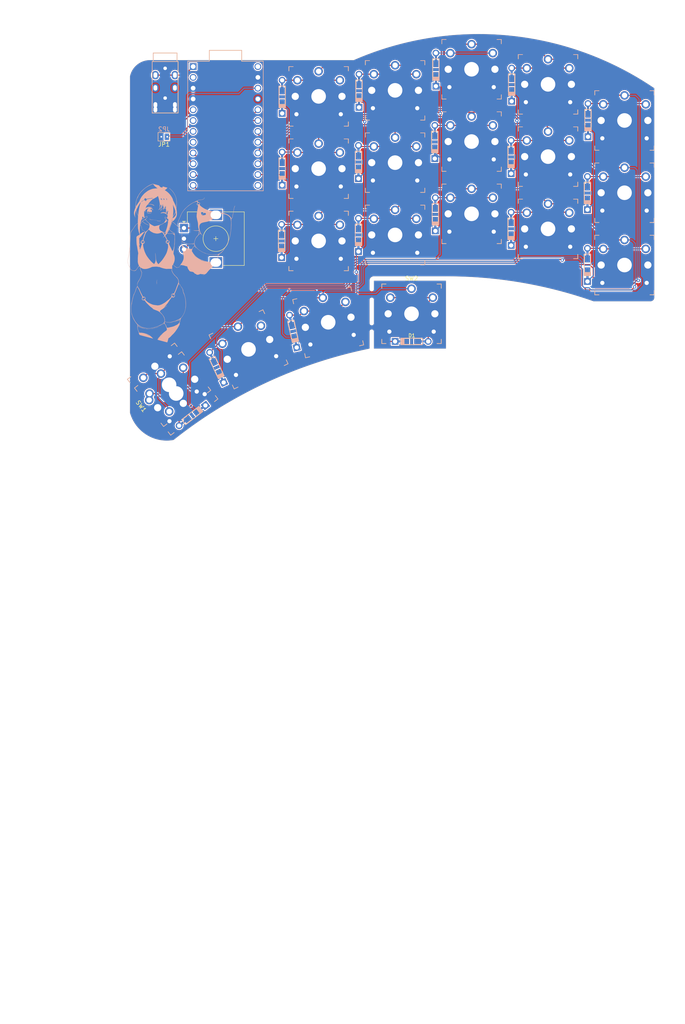
<source format=kicad_pcb>
(kicad_pcb (version 20221018) (generator pcbnew)
  (layers (0 "F.Cu" signal) (31 "B.Cu" signal) (34 "B.Paste" user) (35 "F.Paste" user) (36 "B.SilkS" user "B.Silkscreen") (37 "F.SilkS" user "F.Silkscreen") (38 "B.Mask" user) (39 "F.Mask" user) (44 "Edge.Cuts" user))
  (net 0 "")
  (net 1 "/Col1")
  (net 2 "Net-(D7-Pad2)")
  (net 3 "Net-(D8-Pad2)")
  (net 4 "Net-(D9-Pad2)")
  (net 5 "Net-(D10-Pad2)")
  (net 6 "/Col2")
  (net 7 "Net-(D12-Pad2)")
  (net 8 "Net-(D13-Pad2)")
  (net 9 "Net-(D14-Pad2)")
  (net 10 "Net-(D15-Pad2)")
  (net 11 "/Col3")
  (net 12 "Net-(D17-Pad2)")
  (net 13 "Net-(D18-Pad2)")
  (net 14 "Net-(D19-Pad2)")
  (net 15 "Net-(D20-Pad2)")
  (net 16 "/Col4")
  (net 17 "Net-(D22-Pad2)")
  (net 18 "Net-(D23-Pad2)")
  (net 19 "Net-(D24-Pad2)")
  (net 20 "/Col5")
  (net 21 "Net-(D26-Pad2)")
  (net 22 "Net-(D27-Pad2)")
  (net 23 "Net-(D28-Pad2)")
  (net 24 "/Row1")
  (net 25 "/Row2")
  (net 26 "/Row3")
  (net 27 "/Row4")
  (net 28 "/Serial")
  (net 29 "VCC")
  (net 30 "GND")
  (net 31 "/RotB")
  (net 32 "/RotA")
  (net 33 "Net-(D1-Pad2)")
  (net 34 "Net-(JP1-Pad1)")
  (footprint "Keebio-Parts:Diode-dual" (layer "F.Cu") (at 225.407 62.260328 -90)
    (fp_text reference "D7" hide)
    (fp_text value "1N4148" hide)
  )
  (footprint "Keebio-Parts:Diode-dual" (layer "F.Cu") (at 225.28 79.405328 -90)
    (fp_text reference "D8" hide)
    (fp_text value "1N4148" hide)
  )
  (footprint "Keebio-Parts:Diode-dual" (layer "F.Cu") (at 225.28 96.296328 -90)
    (fp_text reference "D9" hide)
    (fp_text value "1N4148" hide)
  )
  (footprint "Keebio-Parts:Diode-dual" (layer "F.Cu") (at 156 111.916614 -77.5)
    (fp_text reference "D10" hide)
    (fp_text value "1N4148" hide)
  )
  (footprint "Keebio-Parts:Diode-dual" (layer "F.Cu") (at 207.441 53.906998 -90)
    (fp_text reference "D12" hide)
    (fp_text value "1N4148" hide)
  )
  (footprint "Keebio-Parts:Diode-dual" (layer "F.Cu") (at 207.314 70.924998 -90)
    (fp_text reference "D13" hide)
    (fp_text value "1N4148" hide)
  )
  (footprint "Keebio-Parts:Diode-dual" (layer "F.Cu") (at 207.314 87.815998 -90)
    (fp_text reference "D14" hide)
    (fp_text value "1N4148" hide)
  )
  (footprint "Keebio-Parts:Diode-dual" (layer "F.Cu") (at 138 120.41661 -65)
    (fp_text reference "D15" hide)
    (fp_text value "1N4148" hide)
  )
  (footprint "Keebio-Parts:Diode-dual" (layer "F.Cu") (at 189.602 50.370664 -90)
    (fp_text reference "D17" hide)
    (fp_text value "1N4148" hide)
  )
  (footprint "Keebio-Parts:Diode-dual" (layer "F.Cu") (at 189.348 67.388664 -90)
    (fp_text reference "D18" hide)
    (fp_text value "1N4148" hide)
  )
  (footprint "Keebio-Parts:Diode-dual" (layer "F.Cu") (at 189.475 84.406664 -90)
    (fp_text reference "D19" hide)
    (fp_text value "1N4148" hide)
  )
  (footprint "Keebio-Parts:Diode-dual" (layer "F.Cu") (at 132.2578 131.7244 37.5)
    (fp_text reference "D20" hide)
    (fp_text value "1N4148" hide)
  )
  (footprint "Keebio-Parts:Diode-dual" (layer "F.Cu") (at 171.509 55.34333 -90)
    (fp_text reference "D22" hide)
    (fp_text value "1N4148" hide)
  )
  (footprint "Keebio-Parts:Diode-dual" (layer "F.Cu") (at 171.382 72.10733 -90)
    (fp_text reference "D23" hide)
    (fp_text value "1N4148" hide)
  )
  (footprint "Keebio-Parts:Diode-dual" (layer "F.Cu") (at 171.382 89.25233 -90)
    (fp_text reference "D24" hide)
    (fp_text value "1N4148" hide)
  )
  (footprint "Keebio-Parts:Diode-dual" (layer "F.Cu") (at 153.416 56.769 -90)
    (fp_text reference "D26" hide)
    (fp_text value "1N4148" hide)
  )
  (footprint "Keebio-Parts:Diode-dual" (layer "F.Cu") (at 153.416 73.66 -90)
    (fp_text reference "D27" hide)
    (fp_text value "1N4148" hide)
  )
  (footprint "Keebio-Parts:TRRS-PJ-320A" (layer "F.Cu") (at 125.87 48.46898)
    (fp_text reference "J1" hide)
    (fp_text value "AudioJack4" hide)
  )
  (footprint "keyswitches:PG1350_reversible" (layer "F.Cu") (at 234 79.333328 180)
    (fp_text reference "SW8" hide)
    (fp_text value "SW_PUSH")
  )
  (footprint "keyswitches:PG1350_reversible" (layer "F.Cu") (at 234 96.333328 180)
    (fp_text reference "SW9" hide)
    (fp_text value "SW_PUSH")
  )
  (footprint "keyswitches:PG1350_reversible" (layer "F.Cu") (at 216 70.833332 180)
    (fp_text reference "SW13" hide)
    (fp_text value "SW_PUSH")
  )
  (footprint "keyswitches:PG1350_reversible" (layer "F.Cu") (at 216 87.833332 180)
    (fp_text reference "SW14" hide)
    (fp_text value "SW_PUSH")
  )
  (footprint "keyswitches:PG1350_reversible" (layer "F.Cu") (at 145.5 116.166612 -155)
    (fp_text reference "SW15" hide)
    (fp_text value "SW_PUSH")
  )
  (footprint "keyswitches:PG1350_reversible" (layer "F.Cu") (at 128.4732 126.5428 -142.5)
    (fp_text reference "SW20" hide)
    (fp_text value "SW_PUSH")
  )
  (footprint "keyswitches:PG1350_reversible" (layer "F.Cu") (at 180 55.249998 180)
    (fp_text reference "SW22" hide)
    (fp_text value "SW_PUSH")
  )
  (footprint "keyswitches:PG1350_reversible" (layer "F.Cu") (at 180 72.249998 180)
    (fp_text reference "SW23" hide)
    (fp_text value "SW_PUSH")
  )
  (footprint "keyswitches:PG1350_reversible" (layer "F.Cu") (at 180 89.249998 180)
    (fp_text reference "SW24" hide)
    (fp_text value "SW_PUSH")
  )
  (footprint "keyswitches:PG1350_reversible" (layer "F.Cu") (at 162 56.666664 180)
    (fp_text reference "SW26" hide)
    (fp_text value "SW_PUSH")
  )
  (footprint "keyswitches:PG1350_reversible" (layer "F.Cu") (at 162 73.666664 180)
    (fp_text reference "SW27" hide)
    (fp_text value "SW_PUSH")
  )
  (footprint "keyswitches:PG1350_reversible" (layer "F.Cu") (at 162 90.666664 180)
    (fp_text reference "SW28" hide)
    (fp_text value "SW_PUSH")
  )
  (footprint "promicro:ProMicro" (layer "F.Cu") (at 140.081 63.627 -90)
    (fp_text reference "U1" hide)
    (fp_text value "ProMicro")
  )
  (footprint "keyswitches:PG1350_reversible" (layer "F.Cu") (at 234 62.333328 180)
    (fp_text reference "SW7" hide)
    (fp_text value "SW_PUSH")
  )
  (footprint "keyswitches:PG1350_reversible" (layer "F.Cu") (at 216 53.833332 180)
    (fp_text reference "SW12" hide)
    (fp_text value "SW_PUSH")
  )
  (footprint "Keebio-Parts:Diode-dual" (layer "F.Cu") (at 153.289 90.678 -90)
    (fp_text reference "D28" hide)
    (fp_text value "1N4148" hide)
  )
  (footprint "keyswitches:PG1350_reversible" (layer "F.Cu") (at 198 50.291667 180)
    (fp_text reference "SW17" hide)
    (fp_text value "SW_PUSH")
  )
  (footprint "keyswitches:PG1350_reversible" (layer "F.Cu") (at 198 84.291667 180)
    (fp_text reference "SW19" hide)
    (fp_text value "SW_PUSH")
  )
  (footprint "keyswitches:PG1350_reversible" (layer "F.Cu") (at 198 67.291667 180)
    (fp_text reference "SW18" hide)
    (fp_text value "SW_PUSH")
  )
  (footprint "keyswitches:PG1350_reversible" (layer "F.Cu") (at 164.25 109.791615 -167.5)
    (fp_text reference "SW10" hide)
    (fp_text value "SW_PUSH")
  )
  (footprint "keyswitches:PG1350_reversible" (layer "F.Cu") (at 183.868 107.799 180)
    (fp_text reference "SW2")
    (fp_text value "SW_PUSH")
  )
  (footprint "Jumper:SolderJumper-2_P1.3mm_Open_Pad1.0x1.5mm" (layer "F.Cu") (at 125.603 66.167 180)
    (fp_text reference "JP1")
    (fp_text value "JUMPER-PAD-2-NO")
  )
  (footprint "Keebio-Parts:Diode-dual" (layer "F.Cu") (at 183.896 114.3 180)
    (fp_text reference "D1")
    (fp_text value "1N4148" hide)
  )
  (footprint "keyswitches:PG1350_reversible" (layer "F.Cu") (at 126.8 124.5 -52.5)
    (fp_text reference "SW1")
    (fp_text value "SW_PUSH")
  )
  (footprint "Rotary_Encoder:RotaryEncoder_Alps_EC12E_Vertical_H20mm" (layer "F.Cu") (at 130.302 87.63)
    (fp_text reference "EN_1" hide)
    (fp_text value "Rotary_Encoder")
  )
  (footprint "Keebio-Parts:TRRS-PJ-320A" (layer "B.Cu") (at 125.87 48.46898 180)
    (fp_text reference "J2")
    (fp_text value "AudioJack4")
  )
  (footprint "Anime_Lib:anime_bikini_girl" (layer "B.Cu") (at 127 96.52 165)
    (fp_text reference "" hide)
    (fp_text value "" hide)
  )
  (footprint "Jumper:SolderJumper-2_P1.3mm_Open_Pad1.0x1.5mm" (layer "B.Cu") (at 125.603 66.167 180)
    (fp_text reference "JP2")
    (fp_text value "JUMPER-PAD-2-NO")
  )
  (gr_line (start 122.4026 48.133) (end 170.2562 48.133) (stroke (width 0.05)) (layer "Edge.Cuts"))
  (gr_line (start 241.0272 103.9622) (end 241.0272 54.737) (stroke (width 0.05)) (layer "Edge.Cuts"))
  (gr_line (start 175 112) (end 175 115.5) (stroke (width 0.05)) (layer "Edge.Cuts"))
  (gr_line (start 175 104.5) (end 175 110) (stroke (width 0.05)) (layer "Edge.Cuts"))
  (gr_arc (start 241.0272 103.9622) (mid 240.759378 104.608778) (end 240.1128 104.8766) (stroke (width 0.05)) (layer "Edge.Cuts"))
  (gr_arc (start 170.2562 48.133) (mid 206.492601 42.316415) (end 241.0272 54.737) (stroke (width 0.05)) (layer "Edge.Cuts"))
  (gr_arc (start 174 112) (mid 174.5 111.5) (end 175 112) (stroke (width 0.05)) (layer "Edge.Cuts"))
  (gr_arc (start 174 100) (mid 174.292893 99.292893) (end 175 99) (stroke (width 0.05)) (layer "Edge.Cuts"))
  (gr_line (start 174 102) (end 174 100) (stroke (width 0.05)) (layer "Edge.Cuts"))
  (gr_line (start 192 116) (end 192 114) (stroke (width 0.05)) (layer "Edge.Cuts"))
  (gr_arc (start 175 110) (mid 174.5 110.5) (end 174 110) (stroke (width 0.05)) (layer "Edge.Cuts"))
  (gr_arc (start 175 102) (mid 174.5 102.5) (end 174 102) (stroke (width 0.05)) (layer "Edge.Cuts"))
  (gr_line (start 175 115.5) (end 175 116) (stroke (width 0.05)) (layer "Edge.Cuts"))
  (gr_line (start 192 114) (end 192 100) (stroke (width 0.05)) (layer "Edge.Cuts"))
  (gr_arc (start 191.5 99) (mid 209.364136 100.41638) (end 226.7204 104.8766) (stroke (width 0.05)) (layer "Edge.Cuts"))
  (gr_line (start 240.1128 104.8766) (end 226.7204 104.8766) (stroke (width 0.05)) (layer "Edge.Cuts"))
  (gr_line (start 174 116) (end 174 112) (stroke (width 0.05)) (layer "Edge.Cuts"))
  (gr_line (start 192 100) (end 175 100) (stroke (width 0.05)) (layer "Edge.Cuts"))
  (gr_arc (start 127.8636 137.4902) (mid 121.475942 136.268493) (end 117.5762 131.064) (stroke (width 0.05)) (layer "Edge.Cuts"))
  (gr_line (start 117.5762 52) (end 117.5762 120.8024) (stroke (width 0.05)) (layer "Edge.Cuts"))
  (gr_line (start 175 100) (end 175 102) (stroke (width 0.05)) (layer "Edge.Cuts"))
  (gr_line (start 174 104.5) (end 174 110) (stroke (width 0.05)) (layer "Edge.Cuts"))
  (gr_line (start 175 99) (end 191.5 99) (stroke (width 0.05)) (layer "Edge.Cuts"))
  (gr_line (start 117.5762 120.8024) (end 117.5762 131.064) (stroke (width 0.05)) (layer "Edge.Cuts"))
  (gr_arc (start 127.8636 137.4902) (mid 149.663717 124.022707) (end 174 116) (stroke (width 0.05)) (layer "Edge.Cuts"))
  (gr_arc (start 174 104.5) (mid 174.5 104) (end 175 104.5) (stroke (width 0.05)) (layer "Edge.Cuts"))
  (gr_arc (start 117.576199 52) (mid 119.284797 49.187086) (end 122.4026 48.133) (stroke (width 0.05)) (layer "Edge.Cuts"))
  (gr_line (start 175 116) (end 192 116) (stroke (width 0.05)) (layer "Edge.Cuts"))
  (segment (start 153.41177 64.897692) (end 151.321982 66.98748) (width 0.25) (layer "F.Cu") (net 1))
  (segment (start 209.423 62.103) (end 206.813136 59.493136) (width 0.25) (layer "F.Cu") (net 1))
  (segment (start 149.15648 66.98748) (end 147.701 65.532) (width 0.25) (layer "F.Cu") (net 1))
  (segment (start 222.758718 62.103) (end 209.423 62.103) (width 0.25) (layer "F.Cu") (net 1))
  (segment (start 147.701 65.532) (end 147.701 64.897) (width 0.25) (layer "F.Cu") (net 1))
  (segment (start 189.045864 59.493136) (end 187.579 60.96) (width 0.25) (layer "F.Cu") (net 1))
  (segment (start 224.316046 63.660328) (end 222.758718 62.103) (width 0.25) (layer "F.Cu") (net 1))
  (segment (start 170.30841 60.96) (end 168.9694 62.29901) (width 0.25) (layer "F.Cu") (net 1))
  (segment (start 168.9694 62.29901) (end 156.00976 62.29901) (width 0.25) (layer "F.Cu") (net 1))
  (segment (start 225.407 63.660328) (end 224.316046 63.660328) (width 0.25) (layer "F.Cu") (net 1))
  (segment (start 151.321982 66.98748) (end 149.15648 66.98748) (width 0.25) (layer "F.Cu") (net 1))
  (segment (start 206.813136 59.493136) (end 189.045864 59.493136) (width 0.25) (layer "F.Cu") (net 1))
  (segment (start 187.579 60.96) (end 170.30841 60.96) (width 0.25) (layer "F.Cu") (net 1))
  (segment (start 156.00976 62.29901) (end 153.41177 64.897) (width 0.25) (layer "F.Cu") (net 1))
  (segment (start 153.41177 64.897) (end 153.41177 64.897692) (width 0.25) (layer "F.Cu") (net 1))
  (segment (start 173.59728 95.90272) (end 172.5 97) (width 0.25) (layer "B.Cu") (net 1))
  (segment (start 226.695 81.890328) (end 225.28 83.305328) (width 0.25) (layer "B.Cu") (net 1))
  (segment (start 153.5 104) (end 153.5 112.5) (width 0.25) (layer "B.Cu") (net 1))
  (segment (start 172.5 97) (end 172.5 100.635717) (width 0.25) (layer "B.Cu") (net 1))
  (segment (start 225.407 64.760328) (end 226.050328 64.760328) (width 0.25) (layer "B.Cu") (net 1))
  (segment (start 224.2566 95.9612) (end 224.2566 95.0722) (width 0.25) (layer "B.Cu") (net 1))
  (segment (start 157.324946 116.205) (end 156.844114 115.724168) (width 0.25) (layer "B.Cu") (net 1))
  (segment (start 226.695 98.781328) (end 225.28 100.196328) (width 0.25) (layer "B.Cu") (net 1))
  (segment (start 208.085198 95.90272) (end 173.59728 95.90272) (width 0.25) (layer "B.Cu") (net 1))
  (segment (start 154.283428 113.283428) (end 156.303015 113.283428) (width 0.25) (layer "B.Cu") (net 1))
  (segment (start 226.695 93.853) (end 226.695 95.53035) (width 0.25) (layer "B.Cu") (net 1))
  (segment (start 209.550718 94.4372) (end 208.085198 95.90272) (width 0.25) (layer "B.Cu") (net 1))
  (segment (start 224.663 96.3676) (end 224.2566 95.9612) (width 0.25) (layer "B.Cu") (net 1))
  (segment (start 226.695 80.518) (end 226.695 81.890328) (width 0.25) (layer "B.Cu") (net 1))
  (segment (start 171.135717 102) (end 155.5 102) (width 0.25) (layer "B.Cu") (net 1))
  (segment (start 226.695 93.853) (end 226.695 98.781328) (width 0.25) (layer "B.Cu") (net 1))
  (segment (start 226.695 80.518) (end 226.695 93.853) (width 0.25) (layer "B.Cu") (net 1))
  (segment (start 224.2566 95.0722) (end 223.6216 94.4372) (width 0.25) (layer "B.Cu") (net 1))
  (segment (start 153.5 112.5) (end 154.283428 113.283428) (width 0.25) (layer "B.Cu") (net 1))
  (segment (start 226.695 95.53035) (end 225.85775 96.3676) (width 0.25) (layer "B.Cu") (net 1))
  (segment (start 223.6216 94.4372) (end 209.550718 94.4372) (width 0.25) (layer "B.Cu") (net 1))
  (segment (start 225.85775 96.3676) (end 224.663 96.3676) (width 0.25) (layer "B.Cu") (net 1))
  (segment (start 226.695 65.405) (end 226.695 80.518) (width 0.25) (layer "B.Cu") (net 1))
  (segment (start 155.5 102) (end 153.5 104) (width 0.25) (layer "B.Cu") (net 1))
  (segment (start 172.5 100.635717) (end 171.135717 102) (width 0.25) (layer "B.Cu") (net 1))
  (segment (start 226.050328 64.760328) (end 226.695 65.405) (width 0.25) (layer "B.Cu") (net 1))
  (segment (start 225.407 58.360328) (end 228.827 58.360328) (width 0.25) (layer "F.Cu") (net 2))
  (segment (start 228.827 58.360328) (end 229 58.533328) (width 0.25) (layer "F.Cu") (net 2))
  (segment (start 225.407 58.360328) (end 238.827 58.360328) (width 0.25) (layer "F.Cu") (net 2))
  (segment (start 238.827 58.360328) (end 239 58.533328) (width 0.25) (layer "F.Cu") (net 2))
  (segment (start 239 75.533328) (end 225.308 75.533328) (width 0.25) (layer "F.Cu") (net 3))
  (segment (start 225.308 75.533328) (end 225.28 75.505328) (width 0.25) (layer "F.Cu") (net 3))
  (segment (start 225.28 92.396328) (end 228.863 92.396328) (width 0.25) (layer "F.Cu") (net 4))
  (segment (start 228.863 92.396328) (end 229 92.533328) (width 0.25) (layer "F.Cu") (net 4))
  (segment (start 229 92.533328) (end 239 92.533328) (width 0.25) (layer "F.Cu") (net 4))
  (segment (start 155.155886 108.10906) (end 157.600877 108.10906) (width 0.25) (layer "F.Cu") (net 5))
  (segment (start 157.600877 108.10906) (end 158.546049 107.163888) (width 0.25) (layer "F.Cu") (net 5))
  (segment (start 158.546049 107.163888) (end 166.144614 107.163888) (width 0.25) (layer "F.Cu") (net 5))
  (segment (start 166.144614 107.163888) (end 168.30901 104.999492) (width 0.25) (layer "F.Cu") (net 5))
  (segment (start 189.232754 59.942656) (end 187.765401 61.410009) (width 0.25) (layer "F.Cu") (net 6))
  (segment (start 208.656347 62.361653) (end 208.656347 61.972757) (width 0.25) (layer "F.Cu") (net 6))
  (segment (start 187.765401 61.410009) (end 170.49481 61.41001) (width 0.25) (layer "F.Cu") (net 6))
  (segment (start 151.50818 67.437) (end 147.701 67.437) (width 0.25) (layer "F.Cu") (net 6))
  (segment (start 208.656347 61.972757) (end 206.626246 59.942656) (width 0.25) (layer "F.Cu") (net 6))
  (segment (start 170.49481 61.41001) (end 169.155801 62.749019) (width 0.25) (layer "F.Cu") (net 6))
  (segment (start 169.155801 62.749019) (end 156.19616 62.74902) (width 0.25) (layer "F.Cu") (net 6))
  (segment (start 156.19616 62.74902) (end 151.50818 67.437) (width 0.25) (layer "F.Cu") (net 6))
  (segment (start 206.626246 59.942656) (end 189.232754 59.942656) (width 0.25) (layer "F.Cu") (net 6))
  (via (at 208.656347 62.361653) (size 0.8) (drill 0.4) (layers "F.Cu" "B.Cu") (net 6))
  (segment (start 149.15691 102.1775) (end 148.324005 103.010405) (width 0.25) (layer "B.Cu") (net 6))
  (segment (start 208.788 57.15) (end 208.788 63.329637) (width 0.25) (layer "B.Cu") (net 6))
  (segment (start 138.021511 113.312899) (end 148.324005 103.010405) (width 0.25) (layer "B.Cu") (net 6))
  (segment (start 208.788 94.5642) (end 207.899 95.4532) (width 0.25) (layer "B.Cu") (net 6))
  (segment (start 173.411082 95.4532) (end 172.05048 96.813803) (width 0.25) (layer "B.Cu") (net 6))
  (segment (start 138.021511 115.479415) (end 138.021511 113.312899) (width 0.25) (layer "B.Cu") (net 6))
  (segment (start 139.056546 122.682379) (end 139.056546 116.51445) (width 0.25) (layer "B.Cu") (net 6))
  (segment (start 208.788 89.789) (end 208.788 94.5642) (width 0.25) (layer "B.Cu") (net 6))
  (segment (start 208.788 73.350998) (end 207.314 74.824998) (width 0.25) (layer "B.Cu") (net 6))
  (segment (start 172.05048 96.813803) (end 172.05048 100.44952) (width 0.25) (layer "B.Cu") (net 6))
  (segment (start 208.788 72.517) (end 208.788 89.789) (width 0.25) (layer "B.Cu") (net 6))
  (segment (start 208.788 63.329637) (end 208.788 72.517) (width 0.25) (layer "B.Cu") (net 6))
  (segment (start 149.83441 101.5) (end 148.324005 103.010405) (width 0.25) (layer "B.Cu") (net 6))
  (segment (start 208.044998 56.406998) (end 208.788 57.15) (width 0.25) (layer "B.Cu") (net 6))
  (segment (start 172.05048 100.44952) (end 171 101.5) (width 0.25) (layer "B.Cu") (net 6))
  (segment (start 208.788 72.517) (end 208.788 73.350998) (width 0.25) (layer "B.Cu") (net 6))
  (segment (start 208.788 89.789) (end 208.788 90.043) (width 0.25) (layer "B.Cu") (net 6))
  (segment (start 208.788 90.043) (end 208.788 90.241998) (width 0.25) (layer "B.Cu") (net 6))
  (segment (start 207.441 56.406998) (end 208.044998 56.406998) (width 0.25) (layer "B.Cu") (net 6))
  (segment (start 139.056546 116.51445) (end 138.021511 115.479415) (width 0.25) (layer "B.Cu") (net 6))
  (segment (start 208.788 90.241998) (end 207.314 91.715998) (width 0.25) (layer "B.Cu") (net 6))
  (segment (start 208.788 63.329637) (end 208.788 62.493306) (width 0.25) (layer "B.Cu") (net 6))
  (segment (start 171 101.5) (end 149.83441 101.5) (width 0.25) (layer "B.Cu") (net 6))
  (segment (start 207.899 95.4532) (end 173.411082 95.4532) (width 0.25) (layer "B.Cu") (net 6))
  (segment (start 208.788 62.493306) (end 208.656347 62.361653) (width 0.25) (layer "B.Cu") (net 6))
  (segment (start 220.973666 50.006998) (end 221 50.033332) (width 0.25) (layer "F.Cu") (net 7))
  (segment (start 207.441 50.006998) (end 220.973666 50.006998) (width 0.25) (layer "F.Cu") (net 7))
  (segment (start 207.441 51.406998) (end 207.441 50.006998) (width 0.25) (layer "F.Cu") (net 7))
  (segment (start 211 67.033332) (end 207.322334 67.033332) (width 0.25) (layer "F.Cu") (net 8))
  (segment (start 221 67.033332) (end 211 67.033332) (width 0.25) (layer "F.Cu") (net 8))
  (segment (start 207.322334 67.033332) (end 207.314 67.024998) (width 0.25) (layer "F.Cu") (net 8))
  (segment (start 207.314 85.315998) (end 207.314 83.915998) (width 0.25) (layer "F.Cu") (net 9))
  (segment (start 220.882666 83.915998) (end 221 84.033332) (width 0.25) (layer "F.Cu") (net 9))
  (segment (start 207.314 83.915998) (end 220.882666 83.915998) (width 0.25) (layer "F.Cu") (net 9))
  (segment (start 138.398065 114.835734) (end 139.362512 114.835734) (width 0.25) (layer "F.Cu") (net 10))
  (segment (start 145.215406 113.819735) (end 148.42559 110.609551) (width 0.25) (layer "F.Cu") (net 10))
  (segment (start 140.378511 113.819735) (end 145.215406 113.819735) (width 0.25) (layer "F.Cu") (net 10))
  (segment (start 139.362512 114.835734) (end 140.378511 113.819735) (width 0.25) (layer "F.Cu") (net 10))
  (segment (start 136.351789 116.88201) (end 138.398065 114.835734) (width 0.25) (layer "F.Cu") (net 10))
  (segment (start 151.69507 67.88652) (end 149.13108 67.88652) (width 0.25) (layer "F.Cu") (net 11))
  (segment (start 190.352009 60.392176) (end 189.420336 60.392176) (width 0.25) (layer "F.Cu") (net 11))
  (segment (start 189.420336 60.392176) (end 187.952494 61.860018) (width 0.25) (layer "F.Cu") (net 11))
  (segment (start 148.0566 68.961) (end 148.0566 69.6214) (width 0.25) (layer "F.Cu") (net 11))
  (segment (start 169.083972 63.199028) (end 169.08397 63.19903) (width 0.25) (layer "F.Cu") (net 11))
  (segment (start 148.0566 69.6214) (end 147.701 69.977) (width 0.25) (layer "F.Cu") (net 11))
  (segment (start 169.342202 63.199028) (end 169.083972 63.199028) (width 0.25) (layer "F.Cu") (net 11))
  (segment (start 190.627 60.667167) (end 190.352009 60.392176) (width 0.25) (layer "F.Cu") (net 11))
  (segment (start 156.38256 63.19903) (end 151.69507 67.88652) (width 0.25) (layer "F.Cu") (net 11))
  (segment (start 170.681212 61.860018) (end 169.342202 63.199028) (width 0.25) (layer "F.Cu") (net 11))
  (segment (start 149.13108 67.88652) (end 148.0566 68.961) (width 0.25) (layer "F.Cu") (net 11))
  (segment (start 169.08397 63.19903) (end 156.38256 63.19903) (width 0.25) (layer "F.Cu") (net 11))
  (segment (start 187.952494 61.860018) (end 170.681212 61.860018) (width 0.25) (layer "F.Cu") (net 11))
  (via (at 190.627 60.667167) (size 0.8) (drill 0.4) (layers "F.Cu" "B.Cu") (net 11))
  (segment (start 148.599 102.099) (end 149.698 101) (width 0.25) (layer "B.Cu") (net 11))
  (segment (start 148.971 101.727) (end 148.599 102.099) (width 0.25) (layer "B.Cu") (net 11))
  (segment (start 170.864282 101) (end 171.60096 100.263322) (width 0.25) (layer "B.Cu") (net 11))
  (segment (start 149.698 101) (end 170.864282 101) (width 0.25) (layer "B.Cu") (net 11))
  (segment (start 190.627 71.167664) (end 189.348 69.888664) (width 0.25) (layer "B.Cu") (net 11))
  (segment (start 148.599 102.099) (end 131.6 119.098) (width 0.25) (layer "B.Cu") (net 11))
  (segment (start 190.287664 54.270664) (end 190.627 54.61) (width 0.25) (layer "B.Cu") (net 11))
  (segment (start 190.627 59.817) (end 190.627 71.628) (width 0.25) (layer "B.Cu") (net 11))
  (segment (start 171.60096 100.263322) (end 171.60096 96.627605) (width 0.25) (layer "B.Cu") (net 11))
  (segment (start 131.6 122.5) (end 131.4704 122.6296) (width 0.25) (layer "B.Cu") (net 11))
  (segment (start 190.627 54.61) (end 190.627 59.817) (width 0.25) (layer "B.Cu") (net 11))
  (segment (start 190.627 87.154664) (end 189.475 88.306664) (width 0.25) (layer "B.Cu") (net 11))
  (segment (start 173.228565 95) (end 189.5 95) (width 0.25) (layer "B.Cu") (net 11))
  (segment (start 131.4704 122.6296) (end 131.4704 128.974039) (width 0.25) (layer "B.Cu") (net 11))
  (segment (start 189.602 54.270664) (end 190.287664 54.270664) (width 0.25) (layer "B.Cu") (net 11))
  (segment (start 190.627 71.628) (end 190.627 87.154664) (width 0.25) (layer "B.Cu") (net 11))
  (segment (start 171.60096 96.627605) (end 173.228565 95) (width 0.25) (layer "B.Cu") (net 11))
  (segment (start 190.627 71.628) (end 190.627 71.167664) (width 0.25) (layer "B.Cu") (net 11))
  (segment (start 131.4704 128.974039) (end 133.368495 130.872134) (width 0.25) (layer "B.Cu") (net 11))
  (segment (start 190.627 93.873) (end 190.627 87.154664) (width 0.25) (layer "B.Cu") (net 11))
  (segment (start 189.5 95) (end 190.627 93.873) (width 0.25) (layer "B.Cu") (net 11))
  (segment (start 131.6 119.098) (end 131.6 122.5) (width 0.25) (layer "B.Cu") (net 11))
  (segment (start 192.978997 46.470664) (end 193 46.491667) (width 0.25) (layer "F.Cu") (net 12))
  (segment (start 192.978997 46.470664) (end 193 46.491667) (width 0.25) (layer "B.Cu") (net 12))
  (segment (start 193 46.491667) (end 203 46.491667) (width 0.25) (layer "B.Cu") (net 12))
  (segment (start 189.602 46.470664) (end 192.978997 46.470664) (width 0.25) (layer "B.Cu") (net 12))
  (segment (start 192.996997 63.488664) (end 193 63.491667) (width 0.25) (layer "F.Cu") (net 13))
  (segment (start 189.348 63.488664) (end 192.996997 63.488664) (width 0.25) (layer "F.Cu") (net 13))
  (segment (start 203 63.491667) (end 193 63.491667) (width 0.25) (layer "F.Cu") (net 13))
  (segment (start 189.475 80.506664) (end 202.985003 80.506664) (width 0.25) (layer "F.Cu") (net 14))
  (segment (start 202.985003 80.506664) (end 203 80.491667) (width 0.25) (layer "F.Cu") (net 14))
  (segment (start 124.031864 126.571864) (end 125.66 128.2) (width 0.25) (layer "F.Cu") (net 15))
  (segment (start 129.163722 131.063722) (end 129.163722 134.09857) (width 0.25) (layer "F.Cu") (net 15))
  (segment (start 131.147105 130.252895) (end 131.147105 132.576666) (width 0.25) (layer "F.Cu") (net 15))
  (segment (start 132.3 126.1) (end 132.3 129.1) (width 0.25) (layer "F.Cu") (net 15))
  (segment (start 122.19314 126.571864) (end 124.031864 126.571864) (width 0.25) (layer "F.Cu") (net 15))
  (segment (start 130.126673 120.48425) (end 130.126673 123.926673) (width 0.25) (layer "F.Cu") (net 15))
  (segment (start 130.126673 123.926673) (end 132.3 126.1) (width 0.25) (layer "F.Cu") (net 15))
  (segment (start 122.19314 128.017767) (end 122.119215 128.091692) (width 0.25) (layer "F.Cu") (net 15))
  (segment (start 121.426488 126.571864) (end 122.19314 126.571864) (width 0.25) (layer "F.Cu") (net 15))
  (segment (start 122.19314 126.571864) (end 122.19314 128.017767) (width 0.25) (layer "F.Cu") (net 15))
  (segment (start 132.3 129.1) (end 131.147105 130.252895) (width 0.25) (layer "F.Cu") (net 15))
  (segment (start 126.3 128.2) (end 129.163722 131.063722) (width 0.25) (layer "F.Cu") (net 15))
  (segment (start 125.66 128.2) (end 126.3 128.2) (width 0.25) (layer "F.Cu") (net 15))
  (segment (start 171 109) (end 173 111) (width 0.25) (layer "F.Cu") (net 16))
  (segment (start 173 111) (end 175.5 111) (width 0.25) (layer "F.Cu") (net 16))
  (segment (start 148.971359 68.681959) (end 148.971359 71.246641) (width 0.25) (layer "F.Cu") (net 16))
  (segment (start 170.867612 62.310028) (end 172.546028 62.310028) (width 0.25) (layer "F.Cu") (net 16))
  (segment (start 148.971359 71.246641) (end 147.701 72.517) (width 0.25) (layer "F.Cu") (net 16))
  (segment (start 149.301918 68.3514) (end 148.971359 68.681959) (width 0.25) (layer "F.Cu") (net 16))
  (segment (start 172.546028 62.310028) (end 172.847 62.611) (width 0.25) (layer "F.Cu") (net 16))
  (segment (start 170.87646 98) (end 171 98.12354) (width 0.25) (layer "F.Cu") (net 16))
  (segment (start 169.5286 63.64904) (end 170.867612 62.310028) (width 0.25) (layer "F.Cu") (net 16))
  (segment (start 171 98.12354) (end 171 109) (width 0.25) (layer "F.Cu") (net 16))
  (segment (start 168.04304 63.64904) (end 169.291 63.64904) (width 0.25) (layer "F.Cu") (net 16))
  (segment (start 168.04304 63.64904) (end 169.5286 63.64904) (width 0.25) (layer "F.Cu") (net 16))
  (segment (start 169.291 63.64904) (end 169.44004 63.64904) (width 0.25) (layer "F.Cu") (net 16))
  (segment (start 175.5 111) (end 178.8 114.3) (width 0.25) (layer "F.Cu") (net 16))
  (segment (start 156.56896 63.64904) (end 151.8666 68.3514) (width 0.25) (layer "F.Cu") (net 16))
  (segment (start 151.8666 68.3514) (end 149.301918 68.3514) (width 0.25) (layer "F.Cu") (net 16))
  (segment (start 178.8 114.3) (end 179.996 114.3) (width 0.25) (layer "F.Cu") (net 16))
  (segment (start 168.04304 63.64904) (end 156.56896 63.64904) (width 0.25) (layer "F.Cu") (net 16))
  (via (at 170.87646 98) (size 0.8) (drill 0.4) (layers "F.Cu" "B.Cu") (net 16))
  (via (at 172.847 62.611) (size 0.8) (drill 0.4) (layers "F.Cu" "B.Cu") (net 16))
  (segment (start 172.847 62.611) (end 172.847 64.262) (width 0.25) (layer "B.Cu") (net 16))
  (segment (start 172.847 91.68733) (end 171.382 93.15233) (width 0.25) (layer "B.Cu") (net 16))
  (segment (start 171.34767 93.15233) (end 170.87646 93.62354) (width 0.25) (layer "B.Cu") (net 16))
  (segment (start 170.87646 93.62354) (end 170.87646 98) (width 0.25) (layer "B.Cu") (net 16))
  (segment (start 172.847 74.54233) (end 172.847 91.68733) (width 0.25) (layer "B.Cu") (net 16))
  (segment (start 172.847 64.262) (end 172.847 74.54233) (width 0.25) (layer "B.Cu") (net 16))
  (segment (start 172.847 58.293) (end 172.847 62.611) (width 0.25) (layer "B.Cu") (net 16))
  (segment (start 172.847 74.54233) (end 171.382 76.00733) (width 0.25) (layer "B.Cu") (net 16))
  (segment (start 172.39733 57.84333) (end 172.847 58.293) (width 0.25) (layer "B.Cu") (net 16))
  (segment (start 171.382 93.15233) (end 171.34767 93.15233) (width 0.25) (layer "B.Cu") (net 16))
  (segment (start 171.509 57.84333) (end 172.39733 57.84333) (width 0.25) (layer "B.Cu") (net 16))
  (segment (start 171.509 51.44333) (end 184.993332 51.44333) (width 0.25) (layer "F.Cu") (net 17))
  (segment (start 184.993332 51.44333) (end 185 51.449998) (width 0.25) (layer "F.Cu") (net 17))
  (segment (start 185 68.449998) (end 175 68.449998) (width 0.25) (layer "F.Cu") (net 18))
  (segment (start 171.624668 68.449998) (end 171.382 68.20733) (width 0.25) (layer "F.Cu") (net 18))
  (segment (start 175 68.449998) (end 171.624668 68.449998) (width 0.25) (layer "F.Cu") (net 18))
  (segment (start 184.902332 85.35233) (end 185 85.449998) (width 0.25) (layer "F.Cu") (net 19))
  (segment (start 171.382 85.35233) (end 184.902332 85.35233) (width 0.25) (layer "F.Cu") (net 19))
  (segment (start 147.701 75.057) (end 153.413 75.057) (width 0.25) (layer "F.Cu") (net 20))
  (segment (start 153.413 75.057) (end 153.416 75.06) (width 0.25) (layer "F.Cu") (net 20))
  (segment (start 153.416 59.269) (end 154.265 59.269) (width 0.25) (layer "B.Cu") (net 20))
  (segment (start 154.813 93.054) (end 153.289 94.578) (width 0.25) (layer "B.Cu") (net 20))
  (segment (start 154.813 76.835) (end 154.813 76.457) (width 0.25) (layer "B.Cu") (net 20))
  (segment (start 154.265 59.269) (end 154.813 59.817) (width 0.25) (layer "B.Cu") (net 20))
  (segment (start 154.813 76.457) (end 153.416 75.06) (width 0.25) (layer "B.Cu") (net 20))
  (segment (start 154.813 76.835) (end 154.813 93.054) (width 0.25) (layer "B.Cu") (net 20))
  (segment (start 154.813 59.817) (end 154.813 76.835) (width 0.25) (layer "B.Cu") (net 20))
  (segment (start 157 52.866664) (end 167 52.866664) (width 0.25) (layer "F.Cu") (net 21))
  (segment (start 153.416 52.869) (end 156.997664 52.869) (width 0.25) (layer "F.Cu") (net 21))
  (segment (start 156.997664 52.869) (end 157 52.866664) (width 0.25) (layer "F.Cu") (net 21))
  (segment (start 157 69.866664) (end 167 69.866664) (width 0.25) (layer "F.Cu") (net 22))
  (segment (start 156.893336 69.76) (end 157 69.866664) (width 0.25) (layer "F.Cu") (net 22))
  (segment (start 153.416 69.76) (end 156.893336 69.76) (width 0.25) (layer "F.Cu") (net 22))
  (segment (start 153.416 71.16) (end 153.416 69.76) (width 0.25) (layer "F.Cu") (net 22))
  (segment (start 166.911336 86.778) (end 167 86.866664) (width 0.25) (layer "F.Cu") (net 23))
  (segment (start 153.289 86.778) (end 166.911336 86.778) (width 0.25) (layer "F.Cu") (net 23))
  (segment (start 190.456686 50.165) (end 190.9064 49.715286) (width 0.25) (layer "F.Cu") (net 24))
  (segment (start 223.393 48.8188) (end 223.393 55.7784) (width 0.25) (layer "F.Cu") (net 24))
  (segment (start 169.252909 99.475655) (end 169.252909 96.475656) (width 0.25) (layer "F.Cu") (net 24))
  (segment (start 198 44.391667) (end 204.868867 44.391667) (width 0.25) (layer "F.Cu") (net 24))
  (segment (start 135.5 100.82028) (end 167.892924 100.82028) (width 0.25) (layer "F.Cu") (net 24))
  (segment (start 214.396268 46.3296) (end 216 47.933332) (width 0.25) (layer "F.Cu") (net 24))
  (segment (start 224.0026 56.388) (end 233.954672 56.388) (width 0.25) (layer "F.Cu") (net 24))
  (segment (start 169.252909 96.475656) (end 170.757964 94.9706) (width 0.25) (layer "F.Cu") (net 24))
  (segment (start 219.1633 94.9706) (end 219.3544 95.1617) (width 0.25) (layer "F.Cu") (net 24))
  (segment (start 170.757964 94.9706) (end 217.7796 94.9706) (width 0.25) (layer "F.Cu") (net 24))
  (segment (start 217.7796 94.9706) (end 217.984236 94.9706) (width 0.25) (layer "F.Cu") (net 24))
  (segment (start 131.335999 69.511701) (end 131.995211 68.852489) (width 0.25) (layer "F.Cu") (net 24))
  (segment (start 222.507532 47.933332) (end 223.393 48.8188) (width 0.25) (layer "F.Cu") (net 24))
  (segment (start 133.063689 68.852489) (end 134.51072 70.29952) (width 0.25) (layer "F.Cu") (net 24))
  (segment (start 131.335999 71.391999) (end 131.335999 69.511701) (width 0.25) (layer "F.Cu") (net 24))
  (segment (start 167.900604 100.82796) (end 169.252909 99.475655) (width 0.25) (layer "F.Cu") (net 24))
  (segment (start 190.9064 49.715286) (end 190.9064 45.0088) (width 0.25) (layer "F.Cu") (net 24))
  (segment (start 216 47.933332) (end 222.507532 47.933332) (width 0.25) (layer "F.Cu") (net 24))
  (segment (start 135.49232 100.8126) (end 135.5 100.82028) (width 0.25) (layer "F.Cu") (net 24))
  (segment (start 187.932312 49.349998) (end 188.747314 50.165) (width 0.25) (layer "F.Cu") (net 24))
  (segment (start 131.995211 68.852489) (end 133.063689 68.852489) (width 0.25) (layer "F.Cu") (net 24))
  (segment (start 135.382 100.8126) (end 135.49232 100.8126) (width 0.25) (layer "F.Cu") (net 24))
  (segment (start 180 49.349998) (end 187.932312 49.349998) (width 0.25) (layer "F.Cu") (net 24))
  (segment (start 233.954672 56.388) (end 234 56.433328) (width 0.25) (layer "F.Cu") (net 24))
  (segment (start 134.51072 99.94132) (end 135.382 100.8126) (width 0.25) (layer "F.Cu") (net 24))
  (segment (start 167.892924 100.82028) (end 167.900604 100.82796) (width 0.25) (layer "F.Cu") (net 24))
  (segment (start 188.747314 50.165) (end 190.456686 50.165) (width 0.25) (layer "F.Cu") (net 24))
  (segment (start 223.393 55.7784) (end 224.0026 56.388) (width 0.25) (layer "F.Cu") (net 24))
  (segment (start 180 49.349998) (end 163.416666 49.349998) (width 0.25) (layer "F.Cu") (net 24))
  (segment (start 132.461 72.517) (end 131.335999 71.391999) (width 0.25) (layer "F.Cu") (net 24))
  (segment (start 217.7796 94.9706) (end 219.1633 94.9706) (width 0.25) (layer "F.Cu") (net 24))
  (segment (start 134.51072 70.29952) (end 134.51072 99.94132) (width 0.25) (layer "F.Cu") (net 24))
  (segment (start 204.868867 44.391667) (end 206.8068 46.3296) (width 0.25) (layer "F.Cu") (net 24))
  (segment (start 163.416666 49.349998) (end 162 50.766664) (width 0.25) (layer "F.Cu") (net 24))
  (segment (start 191.523533 44.391667) (end 198 44.391667) (width 0.25) (layer "F.Cu") (net 24))
  (segment (start 206.8068 46.3296) (end 214.396268 46.3296) (width 0.25) (layer "F.Cu") (net 24))
  (segment (start 190.9064 45.0088) (end 191.523533 44.391667) (width 0.25) (layer "F.Cu") (net 24))
  (via (at 219.3544 95.1617) (size 0.8) (drill 0.4) (layers "F.Cu" "B.Cu") (net 24))
  (segment (start 224.155 97.282) (end 224.155 101.32035) (width 0.25) (layer "B.Cu") (net 24))
  (segment (start 223.80708 96.93408) (end 224.155 97.282) (width 0.25) (layer "B.Cu") (net 24))
  (segment (start 237.42384 97.7646) (end 237.43152 97.75692) (width 0.25) (layer "B.Cu") (net 24))
  (segment (start 219.62938 94.88672) (end 223.23292 94.88672) (width 0.25) (layer "B.Cu") (net 24))
  (segment (start 237.973811 100.912989) (end 237.973811 99.609971) (width 0.25) (layer "B.Cu") (net 24))
  (segment (start 236.689289 102.197511) (end 237.973811 100.912989) (width 0.25) (layer "B.Cu") (net 24))
  (segment (start 237.973811 99.609971) (end 237.42384 99.06) (width 0.25) (layer "B.Cu") (net 24))
  (segment (start 224.51085 101.6762) (end 225.6536 101.6762) (width 0.25) (layer "B.Cu") (net 24))
  (segment (start 223.80708 95.46088) (end 223.80708 96.93408) (width 0.25) (layer "B.Cu") (net 24))
  (segment (start 225.6536 101.6762) (end 226.174911 102.197511) (width 0.25) (layer "B.Cu") (net 24))
  (segment (start 224.155 101.32035) (end 224.51085 101.6762) (width 0.25) (layer "B.Cu") (net 24))
  (segment (start 219.3544 95.1617) (end 219.62938 94.88672) (width 0.25) (layer "B.Cu") (net 24))
  (segment (start 223.23292 94.88672) (end 223.80708 95.46088) (width 0.25) (layer "B.Cu") (net 24))
  (segment (start 237.43152 97.75692) (end 237.43152 57.29472) (width 0.25) (layer "B.Cu") (net 24))
  (segment (start 226.174911 102.197511) (end 236.689289 102.197511) (width 0.25) (layer "B.Cu") (net 24))
  (segment (start 237.42384 99.06) (end 237.42384 97.7646) (width 0.25) (layer "B.Cu") (net 24))
  (segment (start 236.570128 56.433328) (end 234 56.433328) (width 0.25) (layer "B.Cu") (net 24))
  (segment (start 237.43152 57.29472) (end 236.570128 56.433328) (width 0.25) (layer "B.Cu") (net 24))
  (segment (start 218.603566 95.43548) (end 170.928802 95.43548) (width 0.25) (layer "F.Cu") (net 25))
  (segment (start 207.899 62.0776) (end 207.899 62.677308) (width 0.25) (layer "F.Cu") (net 25))
  (segment (start 134.0612 71.5772) (end 132.461 69.977) (width 0.25) (layer "F.Cu") (net 25))
  (segment (start 162 67.766664) (end 162 64.7204) (width 0.25) (layer "F.Cu") (net 25))
  (segment (start 207.899 62.677308) (end 208.308346 63.086654) (width 0.25) (layer "F.Cu") (net 25))
  (segment (start 162.62184 64.09856) (end 169.71549 64.09856) (width 0.25) (layer "F.Cu") (net 25))
  (segment (start 169.702429 96.661853) (end 169.702429 99.661853) (width 0.25) (layer "F.Cu") (net 25))
  (segment (start 198 61.034176) (end 198 61.391667) (width 0.25) (layer "F.Cu") (net 25))
  (segment (start 173.609 62.922002) (end 173.609 62.357) (width 0.25) (layer "F.Cu") (net 25))
  (segment (start 169.702429 99.661853) (end 168.086802 101.27748) (width 0.25) (layer "F.Cu") (net 25))
  (segment (start 188.138203 62.310027) (end 180.801028 62.310028) (width 0.25) (layer "F.Cu") (net 25))
  (segment (start 171.054012 62.760038) (end 171.923036 62.760038) (width 0.25) (layer "F.Cu") (net 25))
  (segment (start 197.358 60.392176) (end 191.926605 60.392176) (width 0.25) (layer "F.Cu") (net 25))
  (segment (start 235.965641 100.855145) (end 235.086106 101.73468) (width 0.25) (layer "F.Cu") (net 25))
  (segment (start 237.2493 99.949) (end 236.854282 99.949) (width 0.25) (layer "F.Cu") (net 25))
  (segment (start 216 63.981) (end 216 64.933332) (width 0.25) (layer "F.Cu") (net 25))
  (segment (start 224.028 70.485) (end 226.976328 73.433328) (width 0.25) (layer "F.Cu") (net 25))
  (segment (start 189.865 60.9346) (end 189.51363 60.9346) (width 0.25) (layer "F.Cu") (net 25))
  (segment (start 214.57201 62.55301) (end 222.57301 62.55301) (width 0.25) (layer "F.Cu") (net 25))
  (segment (start 135.92308 101.27748) (end 135.9154 101.2698) (width 0.25) (layer "F.Cu") (net 25))
  (segment (start 197.358 60.392176) (end 198 61.034176) (width 0.25) (layer "F.Cu") (net 25))
  (segment (start 170.928802 95.43548) (end 169.702429 96.661853) (width 0.25) (layer "F.Cu") (net 25))
  (segment (start 207.899 61.851128) (end 207.899 62.0776) (width 0.25) (layer "F.Cu") (net 25))
  (segment (start 180 66.349998) (end 180 63.111056) (width 0.25) (layer "F.Cu") (net 25))
  (segment (start 222.57301 62.55301) (end 224.028 64.008) (width 0.25) (layer "F.Cu") (net 25))
  (segment (start 189.51363 60.9346) (end 188.138203 62.310027) (width 0.25) (layer "F.Cu") (net 25))
  (segment (start 235.086106 101.73468) (end 227.15988 101.73468) (width 0.25) (layer "F.Cu") (net 25))
  (segment (start 162 64.7204) (end 162.62184 64.09856) (width 0.25) (layer "F.Cu") (net 25))
  (segment (start 214.57201 62.55301) (end 216 63.981) (width 0.25) (layer "F.Cu") (net 25))
  (segment (start 173.609 62.357) (end 173.655972 62.310028) (width 0.25) (layer "F.Cu") (net 25))
  (segment (start 227.15988 101.73468) (end 226.6188 101.1936) (width 0.25) (layer "F.Cu") (net 25))
  (segment (start 219.383286 96.2152) (end 218.603566 95.43548) (width 0.25) (layer "F.Cu") (net 25))
  (segment (start 171.923036 62.760038) (end 172.498999 63.336001) (width 0.25) (layer "F.Cu") (net 25))
  (segment (start 134.0612 100.127518) (end 134.0612 71.5772) (width 0.25) (layer "F.Cu") (net 25))
  (segment (start 236.854282 99.949) (end 235.965641 100.837641) (width 0.25) (layer "F.Cu") (net 25))
  (segment (start 226.6188 97.0788) (end 225.7552 96.2152) (width 0.25) (layer "F.Cu") (net 25))
  (segment (start 206.440048 60.392176) (end 207.899 61.851128) (width 0.25) (layer "F.Cu") (net 25))
  (segment (start 190.927104 61.391678) (end 190.322078 61.391678) (width 0.25) (layer "F.Cu") (net 25))
  (segment (start 135.203482 101.2698) (end 134.0612 100.127518) (width 0.25) (layer "F.Cu") (net 25))
  (segment (start 226.976328 73.433328) (end 234 73.433328) (width 0.25) (layer "F.Cu") (net 25))
  (segment (start 191.926605 60.392176) (end 190.927104 61.391678) (width 0.25) (layer "F.Cu") (net 25))
  (segment (start 209.004348 63.086654) (end 209.537992 62.55301) (width 0.25) (layer "F.Cu") (net 25))
  (segment (start 172.498999 63.336001) (end 173.195001 63.336001) (width 0.25) (layer "F.Cu") (net 25))
  (segment (start 169.71549 64.09856) (end 171.054012 62.760038) (width 0.25) (layer "F.Cu") (net 25))
  (segment (start 209.537992 62.55301) (end 214.57201 62.55301) (width 0.25) (layer "F.Cu") (net 25))
  (segment (start 197.358 60.392176) (end 206.440048 60.392176) (width 0.25) (layer "F.Cu") (net 25))
  (segment (start 173.655972 62.310028) (end 180.801028 62.310028) (width 0.25) (layer "F.Cu") (net 25))
  (segment (start 208.308346 63.086654) (end 209.004348 63.086654) (width 0.25) (layer "F.Cu") (net 25))
  (segment (start 173.195001 63.336001) (end 173.609 62.922002) (width 0.25) (layer "F.Cu") (net 25))
  (segment (start 190.322078 61.391678) (end 189.865 60.9346) (width 0.25) (layer "F.Cu") (net 25))
  (segment (start 235.965641 100.837641) (end 235.965641 100.855145) (width 0.25) (layer "F.Cu") (net 25))
  (segment (start 168.086802 101.27748) (end 135.92308 101.27748) (width 0.25) (layer "F.Cu") (net 25))
  (segment (start 180 63.111056) (end 180.801028 62.310028) (width 0.25) (layer "F.Cu") (net 25))
  (segment (start 135.9154 101.2698) (end 135.203482 101.2698) (width 0.25) (layer "F.Cu") (net 25))
  (segment (start 224.028 64.008) (end 224.028 70.485) (width 0.25) (layer "F.Cu") (net 25))
  (segment (start 225.7552 96.2152) (end 219.383286 96.2152) (width 0.25) (layer "F.Cu") (net 25))
  (segment (start 226.6188 101.1936) (end 226.6188 97.0788) (width 0.25) (layer "F.Cu") (net 25))
  (via (at 237.2493 99.949) (size 0.8) (drill 0.4) (layers "F.Cu" "B.Cu") (net 25))
  (segment (start 236.97432 92.18428) (end 236.97432 99.67402) (width 0.25) (layer "B.Cu") (net 25))
  (segment (start 236.97432 99.67402) (end 237.2493 99.949) (width 0.25) (layer "B.Cu") (net 25))
  (segment (start 236.982 92.1766) (end 236.97432 92.18428) (width 0.25) (layer "B.Cu") (net 25))
  (segment (start 234 73.433328) (end 236.425128 73.433328) (width 0.25) (layer "B.Cu") (net 25))
  (segment (start 236.425128 73.433328) (end 236.982 73.9902) (width 0.25) (layer "B.Cu") (net 25))
  (segment (start 236.982 73.9902) (end 236.982 92.1766) (width 0.25) (layer "B.Cu") (net 25))
  (segment (start 184.958331 78.391667) (end 198 78.391667) (width 0.25) (layer "F.Cu") (net 26))
  (segment (start 224.0026 97.2566) (end 223.41072 96.66472) (width 0.25) (layer "F.Cu") (net 26))
  (segment (start 133.61168 75.57268) (end 133.61168 100.313715) (width 0.25) (layer "F.Cu") (net 26))
  (segment (start 162 84.634) (end 163.284002 83.349998) (width 0.25) (layer "F.Cu") (net 26))
  (segment (start 172.115 95.885) (end 171.115 95.885) (width 0.25) (layer "F.Cu") (net 26))
  (segment (start 219.197088 96.66472) (end 218.417368 95.885) (width 0.25) (layer "F.Cu") (net 26))
  (segment (start 135.024964 101.727) (end 168.273 101.727) (width 0.25) (layer "F.Cu") (net 26))
  (segment (start 223.41072 96.66472) (end 219.197088 96.66472) (width 0.25) (layer "F.Cu") (net 26))
  (segment (start 236.3724 101.473) (end 235.6612 102.1842) (width 0.25) (layer "F.Cu") (net 26))
  (segment (start 180 83.349998) (end 184.958331 78.391667) (width 0.25) (layer "F.Cu") (net 26))
  (segment (start 221.252332 81.933332) (end 229.752328 90.433328) (width 0.25) (layer "F.Cu") (net 26))
  (segment (start 168.273 101.727) (end 170.151949 99.848051) (width 0.25) (layer "F.Cu") (net 26))
  (segment (start 229.752328 90.433328) (end 234 90.433328) (width 0.25) (layer "F.Cu") (net 26))
  (segment (start 170.151949 96.848051) (end 171.115 95.885) (width 0.25) (layer "F.Cu") (net 26))
  (segment (start 132.461 75.057) (end 133.096 75.057) (width 0.25) (layer "F.Cu") (net 26))
  (segment (start 133.096 75.057) (end 133.61168 75.57268) (width 0.25) (layer "F.Cu") (net 26))
  (segment (start 163.284002 83.349998) (end 180 83.349998) (width 0.25) (layer "F.Cu") (net 26))
  (segment (start 224.447225 101.612575) (end 224.0026 101.16795) (width 0.25) (layer "F.Cu") (net 26))
  (segment (start 224.447225 101.612825) (end 224.447225 101.612575) (width 0.25) (layer "F.Cu") (net 26))
  (segment (start 198 78.391667) (end 212.458335 78.391667) (width 0.25) (layer "F.Cu") (net 26))
  (segment (start 162 84.766664) (end 162 84.634) (width 0.25) (layer "F.Cu") (net 26))
  (segment (start 224.0026 101.16795) (end 224.0026 97.2566) (width 0.25) (layer "F.Cu") (net 26))
  (segment (start 235.6612 102.1842) (end 225.0186 102.1842) (width 0.25) (layer "F.Cu") (net 26))
  (segment (start 133.61168 100.313715) (end 135.024964 101.727) (width 0.25) (layer "F.Cu") (net 26))
  (segment (start 212.458335 78.391667) (end 216 81.933332) (width 0.25) (layer "F.Cu") (net 26))
  (segment (start 216 81.933332) (end 221.252332 81.933332) (width 0.25) (layer "F.Cu") (net 26))
  (segment (start 225.0186 102.1842) (end 224.447225 101.612825) (width 0.25) (layer "F.Cu") (net 26))
  (segment (start 218.417368 95.885) (end 172.115 95.885) (width 0.25) (layer "F.Cu") (net 26))
  (segment (start 170.151949 99.848051) (end 170.151949 96.848051) (width 0.25) (layer "F.Cu") (net 26))
  (via (at 236.3724 101.473) (size 0.8) (drill 0.4) (layers "F.Cu" "B.Cu") (net 26))
  (segment (start 236.3724 101.473) (end 236.5248 101.3206) (width 0.25) (layer "B.Cu") (net 26))
  (segment (start 236.5248 91.2114) (end 235.746728 90.433328) (width 0.25) (layer "B.Cu") (net 26))
  (segment (start 236.5248 101.3206) (end 236.5248 91.2114) (width 0.25) (layer "B.Cu") (net 26))
  (segment (start 235.746728 90.433328) (end 234 90.433328) (width 0.25) (layer "B.Cu") (net 26))
  (segment (start 149.794479 104.031469) (end 162.973006 104.031469) (width 0.25) (layer "F.Cu") (net 27))
  (segment (start 124.881508 121.862015) (end 121.725962 121.862015) (width 0.25) (layer "F.Cu") (net 27))
  (segment (start 124.881508 121.862015) (end 135.924127 110.819396) (width 0.25) (layer "F.Cu") (net 27))
  (segment (start 161.118547 102.17701) (end 162.973006 104.031469) (width 0.25) (layer "F.Cu") (net 27))
  (segment (start 143.006552 110.819396) (end 149.794479 104.031469) (width 0.25) (layer "F.Cu") (net 27))
  (segment (start 133.653723 100.991477) (end 134.839256 102.17701) (width 0.25) (layer "F.Cu") (net 27))
  (segment (start 132.461 77.597) (end 133.16216 78.29816) (width 0.25) (layer "F.Cu") (net 27))
  (segment (start 135.924127 110.819396) (end 143.006552 110.819396) (width 0.25) (layer "F.Cu") (net 27))
  (segment (start 133.16216 78.29816) (end 133.16216 100.499913) (width 0.25) (layer "F.Cu") (net 27))
  (segment (start 133.16216 100.499913) (end 133.653723 100.991477) (width 0.25) (layer "F.Cu") (net 27))
  (segment (start 135.21139 102.17701) (end 161.118547 102.17701) (width 0.25) (layer "F.Cu") (net 27))
  (segment (start 134.839256 102.17701) (end 135.21139 102.17701) (width 0.25) (layer "F.Cu") (net 27))
  (segment (start 121.725962 121.862015) (end 120.74145 122.846527) (width 0.25) (layer "F.Cu") (net 27))
  (segment (start 176.601 101.899) (end 175.5 103) (width 0.25) (layer "B.Cu") (net 27))
  (segment (start 124.881508 121.862015) (end 124.4 122.343523) (width 0.25) (layer "B.Cu") (net 27))
  (segment (start 183.868 101.899) (end 176.601 101.899) (width 0.25) (layer "B.Cu") (net 27))
  (segment (start 163.55048 102.44952) (end 162.973006 103.026994) (width 0.25) (layer "B.Cu") (net 27))
  (segment (start 175.5 103) (end 171.5 103) (width 0.25) (layer "B.Cu") (net 27))
  (segment (start 124.4 127.7) (end 126.829064 130.129064) (width 0.25) (layer "B.Cu") (net 27))
  (segment (start 162.973006 103.026994) (end 162.973006 104.031469) (width 0.25) (layer "B.Cu") (net 27))
  (segment (start 170.94952 102.44952) (end 163.55048 102.44952) (width 0.25) (layer "B.Cu") (net 27))
  (segment (start 126.829064 130.129064) (end 126.829064 130.78006) (width 0.25) (layer "B.Cu") (net 27))
  (segment (start 171.5 103) (end 170.94952 102.44952) (width 0.25) (layer "B.Cu") (net 27))
  (segment (start 124.4 122.343523) (end 124.4 127.7) (width 0.25) (layer "B.Cu") (net 27))
  (segment (start 128.17 51.66898) (end 130.44902 51.66898) (width 0.25) (layer "F.Cu") (net 28))
  (segment (start 123.57 51.66898) (end 128.17 51.66898) (width 0.25) (layer "F.Cu") (net 28))
  (segment (start 130.44902 51.66898) (end 132.461 49.657) (width 0.25) (layer "F.Cu") (net 28))
  (segment (start 123.57 54.66898) (end 128.17 54.66898) (width 0.25) (layer "F.Cu") (net 29))
  (segment (start 123.57 59.76898) (end 127.07 59.76898) (width 0.25) (layer "F.Cu") (net 30))
  (segment (start 127.07 59.76898) (end 128.17 58.66898) (width 0.25) (layer "F.Cu") (net 30))
  (via (at 124.968 66.167) (size 0.8) (drill 0.4) (layers "F.Cu" "B.Cu") (net 30))
  (segment (start 132.71264 90.21936) (end 132.71264 79.88064) (width 0.25) (layer "F.Cu") (net 31))
  (segment (start 131.318 63.754) (end 144.78 63.754) (width 0.25) (layer "F.Cu") (net 31))
  (segment (start 144.78 63.754) (end 146.177 62.357) (width 0.25) (layer "F.Cu") (net 31))
  (segment (start 146.177 62.357) (end 147.701 62.357) (width 0.25) (layer "F.Cu") (net 31))
  (segment (start 130.302 92.63) (end 132.71264 90.21936) (width 0.25) (layer "F.Cu") (net 31))
  (segment (start 130.81 64.262) (end 131.318 63.754) (width 0.25) (layer "F.Cu") (net 31))
  (segment (start 132.71264 79.88064) (end 130.81 77.978) (width 0.25) (layer "F.Cu") (net 31))
  (segment (start 130.81 77.978) (end 130.81 64.262) (width 0.25) (layer "F.Cu") (net 31))
  (segment (start 132.26312 87.19288) (end 132.26312 80.066838) (width 0.25) (layer "F.Cu") (net 32))
  (segment (start 130.302 87.63) (end 131.826 87.63) (width 0.25) (layer "F.Cu") (net 32))
  (segment (start 131.826 87.63) (end 132.26312 87.19288) (width 0.25) (layer "F.Cu") (net 32))
  (segment (start 146.431 61.087) (end 147.701 59.817) (width 0.25) (layer "F.Cu") (net 32))
  (segment (start 130.36048 62.42552) (end 131.699 61.087) (width 0.25) (layer "F.Cu") (net 32))
  (segment (start 130.36048 78.164197) (end 130.36048 62.42552) (width 0.25) (layer "F.Cu") (net 32))
  (segment (start 131.699 61.087) (end 146.431 61.087) (width 0.25) (layer "F.Cu") (net 32))
  (segment (start 132.26312 80.066838) (end 130.36048 78.164197) (width 0.25) (layer "F.Cu") (net 32))
  (segment (start 188.868 103.999) (end 187.796 105.071) (width 0.25) (layer "F.Cu") (net 33))
  (segment (start 178.868 103.999) (end 188.868 103.999) (width 0.25) (layer "F.Cu") (net 33))
  (segment (start 187.796 105.071) (end 187.796 114.3) (width 0.25) (layer "F.Cu") (net 33))
  (via (at 126.365 66.167) (size 0.8) (drill 0.4) (layers "F.Cu" "B.Cu") (net 34))
  (segment (start 144.4498 54.737) (end 143.2052 55.9816) (width 0.25) (layer "B.Cu") (net 34))
  (segment (start 129.7952 65.988) (end 126.544 65.988) (width 0.25) (layer "B.Cu") (net 34))
  (segment (start 131.1402 56.4642) (end 131.1402 64.643) (width 0.25) (layer "B.Cu") (net 34))
  (segment (start 126.544 65.988) (end 126.365 66.167) (width 0.25) (layer "B.Cu") (net 34))
  (segment (start 143.2052 55.9816) (end 131.6228 55.9816) (width 0.25) (layer "B.Cu") (net 34))
  (segment (start 131.1402 64.643) (end 129.7952 65.988) (width 0.25) (layer "B.Cu") (net 34))
  (segment (start 147.701 54.737) (end 144.4498 54.737) (width 0.25) (layer "B.Cu") (net 34))
  (segment (start 131.6228 55.9816) (end 131.1402 56.4642) (width 0.25) (layer "B.Cu") (net 34))
  (zone (net 29) (net_name "VCC") (layer "F.Cu") (connect_pads yes (clearance 0.254)) (min_thickness 0.254) (fill yes (thermal_gap 0.26) (thermal_bridge_width 0.26))
    (polygon (pts (xy 248.25 151.583262) (xy 87 151.583262) (xy 87 33.999984) (xy 248.25 33.999984)))
  )
  (zone (net 30) (net_name "GND") (layer "B.Cu") (connect_pads yes (clearance 0.254)) (min_thickness 0.254) (fill yes (thermal_gap 0.26) (thermal_bridge_width 0.26))
    (polygon (pts (xy 248.25 151.583262) (xy 87 151.583262) (xy 87 33.999984) (xy 248.25 33.999984)))
  )
)
</source>
